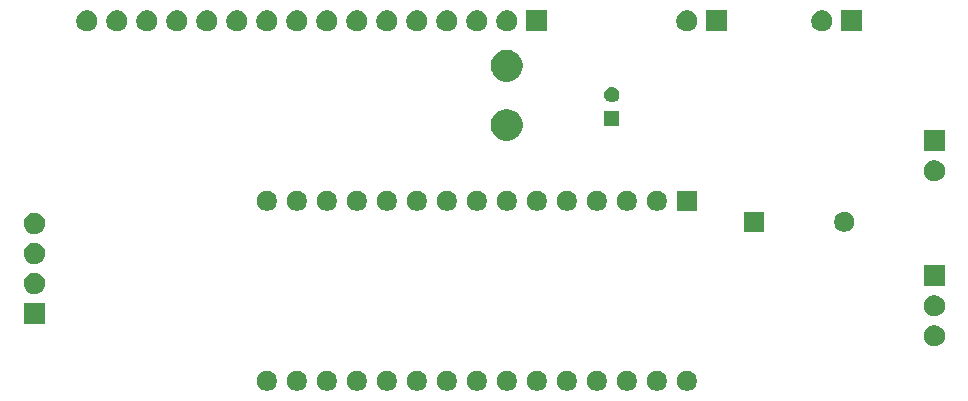
<source format=gbr>
G04 #@! TF.GenerationSoftware,KiCad,Pcbnew,(5.1.5)-3*
G04 #@! TF.CreationDate,2020-07-14T08:47:51-04:00*
G04 #@! TF.ProjectId,WR9R_Raduino,57523952-5f52-4616-9475-696e6f2e6b69,rev?*
G04 #@! TF.SameCoordinates,Original*
G04 #@! TF.FileFunction,Soldermask,Bot*
G04 #@! TF.FilePolarity,Negative*
%FSLAX46Y46*%
G04 Gerber Fmt 4.6, Leading zero omitted, Abs format (unit mm)*
G04 Created by KiCad (PCBNEW (5.1.5)-3) date 2020-07-14 08:47:51*
%MOMM*%
%LPD*%
G04 APERTURE LIST*
%ADD10C,0.100000*%
G04 APERTURE END LIST*
D10*
G36*
X94520328Y-112846702D02*
G01*
X94675200Y-112910852D01*
X94814581Y-113003984D01*
X94933115Y-113122518D01*
X95026247Y-113261899D01*
X95090397Y-113416771D01*
X95123100Y-113581183D01*
X95123100Y-113748815D01*
X95090397Y-113913227D01*
X95026247Y-114068099D01*
X94933115Y-114207480D01*
X94814581Y-114326014D01*
X94675200Y-114419146D01*
X94520328Y-114483296D01*
X94355916Y-114515999D01*
X94188284Y-114515999D01*
X94023872Y-114483296D01*
X93869000Y-114419146D01*
X93729619Y-114326014D01*
X93611085Y-114207480D01*
X93517953Y-114068099D01*
X93453803Y-113913227D01*
X93421100Y-113748815D01*
X93421100Y-113581183D01*
X93453803Y-113416771D01*
X93517953Y-113261899D01*
X93611085Y-113122518D01*
X93729619Y-113003984D01*
X93869000Y-112910852D01*
X94023872Y-112846702D01*
X94188284Y-112813999D01*
X94355916Y-112813999D01*
X94520328Y-112846702D01*
G37*
G36*
X125000328Y-112846702D02*
G01*
X125155200Y-112910852D01*
X125294581Y-113003984D01*
X125413115Y-113122518D01*
X125506247Y-113261899D01*
X125570397Y-113416771D01*
X125603100Y-113581183D01*
X125603100Y-113748815D01*
X125570397Y-113913227D01*
X125506247Y-114068099D01*
X125413115Y-114207480D01*
X125294581Y-114326014D01*
X125155200Y-114419146D01*
X125000328Y-114483296D01*
X124835916Y-114515999D01*
X124668284Y-114515999D01*
X124503872Y-114483296D01*
X124349000Y-114419146D01*
X124209619Y-114326014D01*
X124091085Y-114207480D01*
X123997953Y-114068099D01*
X123933803Y-113913227D01*
X123901100Y-113748815D01*
X123901100Y-113581183D01*
X123933803Y-113416771D01*
X123997953Y-113261899D01*
X124091085Y-113122518D01*
X124209619Y-113003984D01*
X124349000Y-112910852D01*
X124503872Y-112846702D01*
X124668284Y-112813999D01*
X124835916Y-112813999D01*
X125000328Y-112846702D01*
G37*
G36*
X119920328Y-112846702D02*
G01*
X120075200Y-112910852D01*
X120214581Y-113003984D01*
X120333115Y-113122518D01*
X120426247Y-113261899D01*
X120490397Y-113416771D01*
X120523100Y-113581183D01*
X120523100Y-113748815D01*
X120490397Y-113913227D01*
X120426247Y-114068099D01*
X120333115Y-114207480D01*
X120214581Y-114326014D01*
X120075200Y-114419146D01*
X119920328Y-114483296D01*
X119755916Y-114515999D01*
X119588284Y-114515999D01*
X119423872Y-114483296D01*
X119269000Y-114419146D01*
X119129619Y-114326014D01*
X119011085Y-114207480D01*
X118917953Y-114068099D01*
X118853803Y-113913227D01*
X118821100Y-113748815D01*
X118821100Y-113581183D01*
X118853803Y-113416771D01*
X118917953Y-113261899D01*
X119011085Y-113122518D01*
X119129619Y-113003984D01*
X119269000Y-112910852D01*
X119423872Y-112846702D01*
X119588284Y-112813999D01*
X119755916Y-112813999D01*
X119920328Y-112846702D01*
G37*
G36*
X122460328Y-112846702D02*
G01*
X122615200Y-112910852D01*
X122754581Y-113003984D01*
X122873115Y-113122518D01*
X122966247Y-113261899D01*
X123030397Y-113416771D01*
X123063100Y-113581183D01*
X123063100Y-113748815D01*
X123030397Y-113913227D01*
X122966247Y-114068099D01*
X122873115Y-114207480D01*
X122754581Y-114326014D01*
X122615200Y-114419146D01*
X122460328Y-114483296D01*
X122295916Y-114515999D01*
X122128284Y-114515999D01*
X121963872Y-114483296D01*
X121809000Y-114419146D01*
X121669619Y-114326014D01*
X121551085Y-114207480D01*
X121457953Y-114068099D01*
X121393803Y-113913227D01*
X121361100Y-113748815D01*
X121361100Y-113581183D01*
X121393803Y-113416771D01*
X121457953Y-113261899D01*
X121551085Y-113122518D01*
X121669619Y-113003984D01*
X121809000Y-112910852D01*
X121963872Y-112846702D01*
X122128284Y-112813999D01*
X122295916Y-112813999D01*
X122460328Y-112846702D01*
G37*
G36*
X91980328Y-112846702D02*
G01*
X92135200Y-112910852D01*
X92274581Y-113003984D01*
X92393115Y-113122518D01*
X92486247Y-113261899D01*
X92550397Y-113416771D01*
X92583100Y-113581183D01*
X92583100Y-113748815D01*
X92550397Y-113913227D01*
X92486247Y-114068099D01*
X92393115Y-114207480D01*
X92274581Y-114326014D01*
X92135200Y-114419146D01*
X91980328Y-114483296D01*
X91815916Y-114515999D01*
X91648284Y-114515999D01*
X91483872Y-114483296D01*
X91329000Y-114419146D01*
X91189619Y-114326014D01*
X91071085Y-114207480D01*
X90977953Y-114068099D01*
X90913803Y-113913227D01*
X90881100Y-113748815D01*
X90881100Y-113581183D01*
X90913803Y-113416771D01*
X90977953Y-113261899D01*
X91071085Y-113122518D01*
X91189619Y-113003984D01*
X91329000Y-112910852D01*
X91483872Y-112846702D01*
X91648284Y-112813999D01*
X91815916Y-112813999D01*
X91980328Y-112846702D01*
G37*
G36*
X117380328Y-112846702D02*
G01*
X117535200Y-112910852D01*
X117674581Y-113003984D01*
X117793115Y-113122518D01*
X117886247Y-113261899D01*
X117950397Y-113416771D01*
X117983100Y-113581183D01*
X117983100Y-113748815D01*
X117950397Y-113913227D01*
X117886247Y-114068099D01*
X117793115Y-114207480D01*
X117674581Y-114326014D01*
X117535200Y-114419146D01*
X117380328Y-114483296D01*
X117215916Y-114515999D01*
X117048284Y-114515999D01*
X116883872Y-114483296D01*
X116729000Y-114419146D01*
X116589619Y-114326014D01*
X116471085Y-114207480D01*
X116377953Y-114068099D01*
X116313803Y-113913227D01*
X116281100Y-113748815D01*
X116281100Y-113581183D01*
X116313803Y-113416771D01*
X116377953Y-113261899D01*
X116471085Y-113122518D01*
X116589619Y-113003984D01*
X116729000Y-112910852D01*
X116883872Y-112846702D01*
X117048284Y-112813999D01*
X117215916Y-112813999D01*
X117380328Y-112846702D01*
G37*
G36*
X127540328Y-112846702D02*
G01*
X127695200Y-112910852D01*
X127834581Y-113003984D01*
X127953115Y-113122518D01*
X128046247Y-113261899D01*
X128110397Y-113416771D01*
X128143100Y-113581183D01*
X128143100Y-113748815D01*
X128110397Y-113913227D01*
X128046247Y-114068099D01*
X127953115Y-114207480D01*
X127834581Y-114326014D01*
X127695200Y-114419146D01*
X127540328Y-114483296D01*
X127375916Y-114515999D01*
X127208284Y-114515999D01*
X127043872Y-114483296D01*
X126889000Y-114419146D01*
X126749619Y-114326014D01*
X126631085Y-114207480D01*
X126537953Y-114068099D01*
X126473803Y-113913227D01*
X126441100Y-113748815D01*
X126441100Y-113581183D01*
X126473803Y-113416771D01*
X126537953Y-113261899D01*
X126631085Y-113122518D01*
X126749619Y-113003984D01*
X126889000Y-112910852D01*
X127043872Y-112846702D01*
X127208284Y-112813999D01*
X127375916Y-112813999D01*
X127540328Y-112846702D01*
G37*
G36*
X114840328Y-112846702D02*
G01*
X114995200Y-112910852D01*
X115134581Y-113003984D01*
X115253115Y-113122518D01*
X115346247Y-113261899D01*
X115410397Y-113416771D01*
X115443100Y-113581183D01*
X115443100Y-113748815D01*
X115410397Y-113913227D01*
X115346247Y-114068099D01*
X115253115Y-114207480D01*
X115134581Y-114326014D01*
X114995200Y-114419146D01*
X114840328Y-114483296D01*
X114675916Y-114515999D01*
X114508284Y-114515999D01*
X114343872Y-114483296D01*
X114189000Y-114419146D01*
X114049619Y-114326014D01*
X113931085Y-114207480D01*
X113837953Y-114068099D01*
X113773803Y-113913227D01*
X113741100Y-113748815D01*
X113741100Y-113581183D01*
X113773803Y-113416771D01*
X113837953Y-113261899D01*
X113931085Y-113122518D01*
X114049619Y-113003984D01*
X114189000Y-112910852D01*
X114343872Y-112846702D01*
X114508284Y-112813999D01*
X114675916Y-112813999D01*
X114840328Y-112846702D01*
G37*
G36*
X109760328Y-112846702D02*
G01*
X109915200Y-112910852D01*
X110054581Y-113003984D01*
X110173115Y-113122518D01*
X110266247Y-113261899D01*
X110330397Y-113416771D01*
X110363100Y-113581183D01*
X110363100Y-113748815D01*
X110330397Y-113913227D01*
X110266247Y-114068099D01*
X110173115Y-114207480D01*
X110054581Y-114326014D01*
X109915200Y-114419146D01*
X109760328Y-114483296D01*
X109595916Y-114515999D01*
X109428284Y-114515999D01*
X109263872Y-114483296D01*
X109109000Y-114419146D01*
X108969619Y-114326014D01*
X108851085Y-114207480D01*
X108757953Y-114068099D01*
X108693803Y-113913227D01*
X108661100Y-113748815D01*
X108661100Y-113581183D01*
X108693803Y-113416771D01*
X108757953Y-113261899D01*
X108851085Y-113122518D01*
X108969619Y-113003984D01*
X109109000Y-112910852D01*
X109263872Y-112846702D01*
X109428284Y-112813999D01*
X109595916Y-112813999D01*
X109760328Y-112846702D01*
G37*
G36*
X107220328Y-112846702D02*
G01*
X107375200Y-112910852D01*
X107514581Y-113003984D01*
X107633115Y-113122518D01*
X107726247Y-113261899D01*
X107790397Y-113416771D01*
X107823100Y-113581183D01*
X107823100Y-113748815D01*
X107790397Y-113913227D01*
X107726247Y-114068099D01*
X107633115Y-114207480D01*
X107514581Y-114326014D01*
X107375200Y-114419146D01*
X107220328Y-114483296D01*
X107055916Y-114515999D01*
X106888284Y-114515999D01*
X106723872Y-114483296D01*
X106569000Y-114419146D01*
X106429619Y-114326014D01*
X106311085Y-114207480D01*
X106217953Y-114068099D01*
X106153803Y-113913227D01*
X106121100Y-113748815D01*
X106121100Y-113581183D01*
X106153803Y-113416771D01*
X106217953Y-113261899D01*
X106311085Y-113122518D01*
X106429619Y-113003984D01*
X106569000Y-112910852D01*
X106723872Y-112846702D01*
X106888284Y-112813999D01*
X107055916Y-112813999D01*
X107220328Y-112846702D01*
G37*
G36*
X104680328Y-112846702D02*
G01*
X104835200Y-112910852D01*
X104974581Y-113003984D01*
X105093115Y-113122518D01*
X105186247Y-113261899D01*
X105250397Y-113416771D01*
X105283100Y-113581183D01*
X105283100Y-113748815D01*
X105250397Y-113913227D01*
X105186247Y-114068099D01*
X105093115Y-114207480D01*
X104974581Y-114326014D01*
X104835200Y-114419146D01*
X104680328Y-114483296D01*
X104515916Y-114515999D01*
X104348284Y-114515999D01*
X104183872Y-114483296D01*
X104029000Y-114419146D01*
X103889619Y-114326014D01*
X103771085Y-114207480D01*
X103677953Y-114068099D01*
X103613803Y-113913227D01*
X103581100Y-113748815D01*
X103581100Y-113581183D01*
X103613803Y-113416771D01*
X103677953Y-113261899D01*
X103771085Y-113122518D01*
X103889619Y-113003984D01*
X104029000Y-112910852D01*
X104183872Y-112846702D01*
X104348284Y-112813999D01*
X104515916Y-112813999D01*
X104680328Y-112846702D01*
G37*
G36*
X102140328Y-112846702D02*
G01*
X102295200Y-112910852D01*
X102434581Y-113003984D01*
X102553115Y-113122518D01*
X102646247Y-113261899D01*
X102710397Y-113416771D01*
X102743100Y-113581183D01*
X102743100Y-113748815D01*
X102710397Y-113913227D01*
X102646247Y-114068099D01*
X102553115Y-114207480D01*
X102434581Y-114326014D01*
X102295200Y-114419146D01*
X102140328Y-114483296D01*
X101975916Y-114515999D01*
X101808284Y-114515999D01*
X101643872Y-114483296D01*
X101489000Y-114419146D01*
X101349619Y-114326014D01*
X101231085Y-114207480D01*
X101137953Y-114068099D01*
X101073803Y-113913227D01*
X101041100Y-113748815D01*
X101041100Y-113581183D01*
X101073803Y-113416771D01*
X101137953Y-113261899D01*
X101231085Y-113122518D01*
X101349619Y-113003984D01*
X101489000Y-112910852D01*
X101643872Y-112846702D01*
X101808284Y-112813999D01*
X101975916Y-112813999D01*
X102140328Y-112846702D01*
G37*
G36*
X99600328Y-112846702D02*
G01*
X99755200Y-112910852D01*
X99894581Y-113003984D01*
X100013115Y-113122518D01*
X100106247Y-113261899D01*
X100170397Y-113416771D01*
X100203100Y-113581183D01*
X100203100Y-113748815D01*
X100170397Y-113913227D01*
X100106247Y-114068099D01*
X100013115Y-114207480D01*
X99894581Y-114326014D01*
X99755200Y-114419146D01*
X99600328Y-114483296D01*
X99435916Y-114515999D01*
X99268284Y-114515999D01*
X99103872Y-114483296D01*
X98949000Y-114419146D01*
X98809619Y-114326014D01*
X98691085Y-114207480D01*
X98597953Y-114068099D01*
X98533803Y-113913227D01*
X98501100Y-113748815D01*
X98501100Y-113581183D01*
X98533803Y-113416771D01*
X98597953Y-113261899D01*
X98691085Y-113122518D01*
X98809619Y-113003984D01*
X98949000Y-112910852D01*
X99103872Y-112846702D01*
X99268284Y-112813999D01*
X99435916Y-112813999D01*
X99600328Y-112846702D01*
G37*
G36*
X97060328Y-112846702D02*
G01*
X97215200Y-112910852D01*
X97354581Y-113003984D01*
X97473115Y-113122518D01*
X97566247Y-113261899D01*
X97630397Y-113416771D01*
X97663100Y-113581183D01*
X97663100Y-113748815D01*
X97630397Y-113913227D01*
X97566247Y-114068099D01*
X97473115Y-114207480D01*
X97354581Y-114326014D01*
X97215200Y-114419146D01*
X97060328Y-114483296D01*
X96895916Y-114515999D01*
X96728284Y-114515999D01*
X96563872Y-114483296D01*
X96409000Y-114419146D01*
X96269619Y-114326014D01*
X96151085Y-114207480D01*
X96057953Y-114068099D01*
X95993803Y-113913227D01*
X95961100Y-113748815D01*
X95961100Y-113581183D01*
X95993803Y-113416771D01*
X96057953Y-113261899D01*
X96151085Y-113122518D01*
X96269619Y-113003984D01*
X96409000Y-112910852D01*
X96563872Y-112846702D01*
X96728284Y-112813999D01*
X96895916Y-112813999D01*
X97060328Y-112846702D01*
G37*
G36*
X112300328Y-112846702D02*
G01*
X112455200Y-112910852D01*
X112594581Y-113003984D01*
X112713115Y-113122518D01*
X112806247Y-113261899D01*
X112870397Y-113416771D01*
X112903100Y-113581183D01*
X112903100Y-113748815D01*
X112870397Y-113913227D01*
X112806247Y-114068099D01*
X112713115Y-114207480D01*
X112594581Y-114326014D01*
X112455200Y-114419146D01*
X112300328Y-114483296D01*
X112135916Y-114515999D01*
X111968284Y-114515999D01*
X111803872Y-114483296D01*
X111649000Y-114419146D01*
X111509619Y-114326014D01*
X111391085Y-114207480D01*
X111297953Y-114068099D01*
X111233803Y-113913227D01*
X111201100Y-113748815D01*
X111201100Y-113581183D01*
X111233803Y-113416771D01*
X111297953Y-113261899D01*
X111391085Y-113122518D01*
X111509619Y-113003984D01*
X111649000Y-112910852D01*
X111803872Y-112846702D01*
X111968284Y-112813999D01*
X112135916Y-112813999D01*
X112300328Y-112846702D01*
G37*
G36*
X148360612Y-108958926D02*
G01*
X148509912Y-108988623D01*
X148673884Y-109056543D01*
X148821454Y-109155146D01*
X148946953Y-109280645D01*
X149045556Y-109428215D01*
X149113476Y-109592187D01*
X149148100Y-109766258D01*
X149148100Y-109943740D01*
X149113476Y-110117811D01*
X149045556Y-110281783D01*
X148946953Y-110429353D01*
X148821454Y-110554852D01*
X148673884Y-110653455D01*
X148509912Y-110721375D01*
X148360612Y-110751072D01*
X148335842Y-110755999D01*
X148158358Y-110755999D01*
X148133588Y-110751072D01*
X147984288Y-110721375D01*
X147820316Y-110653455D01*
X147672746Y-110554852D01*
X147547247Y-110429353D01*
X147448644Y-110281783D01*
X147380724Y-110117811D01*
X147346100Y-109943740D01*
X147346100Y-109766258D01*
X147380724Y-109592187D01*
X147448644Y-109428215D01*
X147547247Y-109280645D01*
X147672746Y-109155146D01*
X147820316Y-109056543D01*
X147984288Y-108988623D01*
X148133588Y-108958926D01*
X148158358Y-108953999D01*
X148335842Y-108953999D01*
X148360612Y-108958926D01*
G37*
G36*
X72948100Y-108850999D02*
G01*
X71146100Y-108850999D01*
X71146100Y-107048999D01*
X72948100Y-107048999D01*
X72948100Y-108850999D01*
G37*
G36*
X148360612Y-106418926D02*
G01*
X148509912Y-106448623D01*
X148673884Y-106516543D01*
X148821454Y-106615146D01*
X148946953Y-106740645D01*
X149045556Y-106888215D01*
X149113476Y-107052187D01*
X149148100Y-107226258D01*
X149148100Y-107403740D01*
X149113476Y-107577811D01*
X149045556Y-107741783D01*
X148946953Y-107889353D01*
X148821454Y-108014852D01*
X148673884Y-108113455D01*
X148509912Y-108181375D01*
X148360612Y-108211072D01*
X148335842Y-108215999D01*
X148158358Y-108215999D01*
X148133588Y-108211072D01*
X147984288Y-108181375D01*
X147820316Y-108113455D01*
X147672746Y-108014852D01*
X147547247Y-107889353D01*
X147448644Y-107741783D01*
X147380724Y-107577811D01*
X147346100Y-107403740D01*
X147346100Y-107226258D01*
X147380724Y-107052187D01*
X147448644Y-106888215D01*
X147547247Y-106740645D01*
X147672746Y-106615146D01*
X147820316Y-106516543D01*
X147984288Y-106448623D01*
X148133588Y-106418926D01*
X148158358Y-106413999D01*
X148335842Y-106413999D01*
X148360612Y-106418926D01*
G37*
G36*
X72160612Y-104513926D02*
G01*
X72309912Y-104543623D01*
X72473884Y-104611543D01*
X72621454Y-104710146D01*
X72746953Y-104835645D01*
X72845556Y-104983215D01*
X72913476Y-105147187D01*
X72948100Y-105321258D01*
X72948100Y-105498740D01*
X72913476Y-105672811D01*
X72845556Y-105836783D01*
X72746953Y-105984353D01*
X72621454Y-106109852D01*
X72473884Y-106208455D01*
X72309912Y-106276375D01*
X72160612Y-106306072D01*
X72135842Y-106310999D01*
X71958358Y-106310999D01*
X71933588Y-106306072D01*
X71784288Y-106276375D01*
X71620316Y-106208455D01*
X71472746Y-106109852D01*
X71347247Y-105984353D01*
X71248644Y-105836783D01*
X71180724Y-105672811D01*
X71146100Y-105498740D01*
X71146100Y-105321258D01*
X71180724Y-105147187D01*
X71248644Y-104983215D01*
X71347247Y-104835645D01*
X71472746Y-104710146D01*
X71620316Y-104611543D01*
X71784288Y-104543623D01*
X71933588Y-104513926D01*
X71958358Y-104508999D01*
X72135842Y-104508999D01*
X72160612Y-104513926D01*
G37*
G36*
X149148100Y-105675999D02*
G01*
X147346100Y-105675999D01*
X147346100Y-103873999D01*
X149148100Y-103873999D01*
X149148100Y-105675999D01*
G37*
G36*
X72160612Y-101973926D02*
G01*
X72309912Y-102003623D01*
X72473884Y-102071543D01*
X72621454Y-102170146D01*
X72746953Y-102295645D01*
X72845556Y-102443215D01*
X72913476Y-102607187D01*
X72948100Y-102781258D01*
X72948100Y-102958740D01*
X72913476Y-103132811D01*
X72845556Y-103296783D01*
X72746953Y-103444353D01*
X72621454Y-103569852D01*
X72473884Y-103668455D01*
X72309912Y-103736375D01*
X72160612Y-103766072D01*
X72135842Y-103770999D01*
X71958358Y-103770999D01*
X71933588Y-103766072D01*
X71784288Y-103736375D01*
X71620316Y-103668455D01*
X71472746Y-103569852D01*
X71347247Y-103444353D01*
X71248644Y-103296783D01*
X71180724Y-103132811D01*
X71146100Y-102958740D01*
X71146100Y-102781258D01*
X71180724Y-102607187D01*
X71248644Y-102443215D01*
X71347247Y-102295645D01*
X71472746Y-102170146D01*
X71620316Y-102071543D01*
X71784288Y-102003623D01*
X71933588Y-101973926D01*
X71958358Y-101968999D01*
X72135842Y-101968999D01*
X72160612Y-101973926D01*
G37*
G36*
X72160612Y-99433926D02*
G01*
X72309912Y-99463623D01*
X72473884Y-99531543D01*
X72621454Y-99630146D01*
X72746953Y-99755645D01*
X72845556Y-99903215D01*
X72913476Y-100067187D01*
X72948100Y-100241258D01*
X72948100Y-100418740D01*
X72913476Y-100592811D01*
X72845556Y-100756783D01*
X72746953Y-100904353D01*
X72621454Y-101029852D01*
X72473884Y-101128455D01*
X72309912Y-101196375D01*
X72160612Y-101226072D01*
X72135842Y-101230999D01*
X71958358Y-101230999D01*
X71933588Y-101226072D01*
X71784288Y-101196375D01*
X71620316Y-101128455D01*
X71472746Y-101029852D01*
X71347247Y-100904353D01*
X71248644Y-100756783D01*
X71180724Y-100592811D01*
X71146100Y-100418740D01*
X71146100Y-100241258D01*
X71180724Y-100067187D01*
X71248644Y-99903215D01*
X71347247Y-99755645D01*
X71472746Y-99630146D01*
X71620316Y-99531543D01*
X71784288Y-99463623D01*
X71933588Y-99433926D01*
X71958358Y-99428999D01*
X72135842Y-99428999D01*
X72160612Y-99433926D01*
G37*
G36*
X140875328Y-99384702D02*
G01*
X141030200Y-99448852D01*
X141169581Y-99541984D01*
X141288115Y-99660518D01*
X141381247Y-99799899D01*
X141445397Y-99954771D01*
X141478100Y-100119183D01*
X141478100Y-100286815D01*
X141445397Y-100451227D01*
X141381247Y-100606099D01*
X141288115Y-100745480D01*
X141169581Y-100864014D01*
X141030200Y-100957146D01*
X140875328Y-101021296D01*
X140710916Y-101053999D01*
X140543284Y-101053999D01*
X140378872Y-101021296D01*
X140224000Y-100957146D01*
X140084619Y-100864014D01*
X139966085Y-100745480D01*
X139872953Y-100606099D01*
X139808803Y-100451227D01*
X139776100Y-100286815D01*
X139776100Y-100119183D01*
X139808803Y-99954771D01*
X139872953Y-99799899D01*
X139966085Y-99660518D01*
X140084619Y-99541984D01*
X140224000Y-99448852D01*
X140378872Y-99384702D01*
X140543284Y-99351999D01*
X140710916Y-99351999D01*
X140875328Y-99384702D01*
G37*
G36*
X133858100Y-101053999D02*
G01*
X132156100Y-101053999D01*
X132156100Y-99351999D01*
X133858100Y-99351999D01*
X133858100Y-101053999D01*
G37*
G36*
X117380328Y-97606702D02*
G01*
X117535200Y-97670852D01*
X117674581Y-97763984D01*
X117793115Y-97882518D01*
X117886247Y-98021899D01*
X117950397Y-98176771D01*
X117983100Y-98341183D01*
X117983100Y-98508815D01*
X117950397Y-98673227D01*
X117886247Y-98828099D01*
X117793115Y-98967480D01*
X117674581Y-99086014D01*
X117535200Y-99179146D01*
X117380328Y-99243296D01*
X117215916Y-99275999D01*
X117048284Y-99275999D01*
X116883872Y-99243296D01*
X116729000Y-99179146D01*
X116589619Y-99086014D01*
X116471085Y-98967480D01*
X116377953Y-98828099D01*
X116313803Y-98673227D01*
X116281100Y-98508815D01*
X116281100Y-98341183D01*
X116313803Y-98176771D01*
X116377953Y-98021899D01*
X116471085Y-97882518D01*
X116589619Y-97763984D01*
X116729000Y-97670852D01*
X116883872Y-97606702D01*
X117048284Y-97573999D01*
X117215916Y-97573999D01*
X117380328Y-97606702D01*
G37*
G36*
X119920328Y-97606702D02*
G01*
X120075200Y-97670852D01*
X120214581Y-97763984D01*
X120333115Y-97882518D01*
X120426247Y-98021899D01*
X120490397Y-98176771D01*
X120523100Y-98341183D01*
X120523100Y-98508815D01*
X120490397Y-98673227D01*
X120426247Y-98828099D01*
X120333115Y-98967480D01*
X120214581Y-99086014D01*
X120075200Y-99179146D01*
X119920328Y-99243296D01*
X119755916Y-99275999D01*
X119588284Y-99275999D01*
X119423872Y-99243296D01*
X119269000Y-99179146D01*
X119129619Y-99086014D01*
X119011085Y-98967480D01*
X118917953Y-98828099D01*
X118853803Y-98673227D01*
X118821100Y-98508815D01*
X118821100Y-98341183D01*
X118853803Y-98176771D01*
X118917953Y-98021899D01*
X119011085Y-97882518D01*
X119129619Y-97763984D01*
X119269000Y-97670852D01*
X119423872Y-97606702D01*
X119588284Y-97573999D01*
X119755916Y-97573999D01*
X119920328Y-97606702D01*
G37*
G36*
X122460328Y-97606702D02*
G01*
X122615200Y-97670852D01*
X122754581Y-97763984D01*
X122873115Y-97882518D01*
X122966247Y-98021899D01*
X123030397Y-98176771D01*
X123063100Y-98341183D01*
X123063100Y-98508815D01*
X123030397Y-98673227D01*
X122966247Y-98828099D01*
X122873115Y-98967480D01*
X122754581Y-99086014D01*
X122615200Y-99179146D01*
X122460328Y-99243296D01*
X122295916Y-99275999D01*
X122128284Y-99275999D01*
X121963872Y-99243296D01*
X121809000Y-99179146D01*
X121669619Y-99086014D01*
X121551085Y-98967480D01*
X121457953Y-98828099D01*
X121393803Y-98673227D01*
X121361100Y-98508815D01*
X121361100Y-98341183D01*
X121393803Y-98176771D01*
X121457953Y-98021899D01*
X121551085Y-97882518D01*
X121669619Y-97763984D01*
X121809000Y-97670852D01*
X121963872Y-97606702D01*
X122128284Y-97573999D01*
X122295916Y-97573999D01*
X122460328Y-97606702D01*
G37*
G36*
X112300328Y-97606702D02*
G01*
X112455200Y-97670852D01*
X112594581Y-97763984D01*
X112713115Y-97882518D01*
X112806247Y-98021899D01*
X112870397Y-98176771D01*
X112903100Y-98341183D01*
X112903100Y-98508815D01*
X112870397Y-98673227D01*
X112806247Y-98828099D01*
X112713115Y-98967480D01*
X112594581Y-99086014D01*
X112455200Y-99179146D01*
X112300328Y-99243296D01*
X112135916Y-99275999D01*
X111968284Y-99275999D01*
X111803872Y-99243296D01*
X111649000Y-99179146D01*
X111509619Y-99086014D01*
X111391085Y-98967480D01*
X111297953Y-98828099D01*
X111233803Y-98673227D01*
X111201100Y-98508815D01*
X111201100Y-98341183D01*
X111233803Y-98176771D01*
X111297953Y-98021899D01*
X111391085Y-97882518D01*
X111509619Y-97763984D01*
X111649000Y-97670852D01*
X111803872Y-97606702D01*
X111968284Y-97573999D01*
X112135916Y-97573999D01*
X112300328Y-97606702D01*
G37*
G36*
X102140328Y-97606702D02*
G01*
X102295200Y-97670852D01*
X102434581Y-97763984D01*
X102553115Y-97882518D01*
X102646247Y-98021899D01*
X102710397Y-98176771D01*
X102743100Y-98341183D01*
X102743100Y-98508815D01*
X102710397Y-98673227D01*
X102646247Y-98828099D01*
X102553115Y-98967480D01*
X102434581Y-99086014D01*
X102295200Y-99179146D01*
X102140328Y-99243296D01*
X101975916Y-99275999D01*
X101808284Y-99275999D01*
X101643872Y-99243296D01*
X101489000Y-99179146D01*
X101349619Y-99086014D01*
X101231085Y-98967480D01*
X101137953Y-98828099D01*
X101073803Y-98673227D01*
X101041100Y-98508815D01*
X101041100Y-98341183D01*
X101073803Y-98176771D01*
X101137953Y-98021899D01*
X101231085Y-97882518D01*
X101349619Y-97763984D01*
X101489000Y-97670852D01*
X101643872Y-97606702D01*
X101808284Y-97573999D01*
X101975916Y-97573999D01*
X102140328Y-97606702D01*
G37*
G36*
X99600328Y-97606702D02*
G01*
X99755200Y-97670852D01*
X99894581Y-97763984D01*
X100013115Y-97882518D01*
X100106247Y-98021899D01*
X100170397Y-98176771D01*
X100203100Y-98341183D01*
X100203100Y-98508815D01*
X100170397Y-98673227D01*
X100106247Y-98828099D01*
X100013115Y-98967480D01*
X99894581Y-99086014D01*
X99755200Y-99179146D01*
X99600328Y-99243296D01*
X99435916Y-99275999D01*
X99268284Y-99275999D01*
X99103872Y-99243296D01*
X98949000Y-99179146D01*
X98809619Y-99086014D01*
X98691085Y-98967480D01*
X98597953Y-98828099D01*
X98533803Y-98673227D01*
X98501100Y-98508815D01*
X98501100Y-98341183D01*
X98533803Y-98176771D01*
X98597953Y-98021899D01*
X98691085Y-97882518D01*
X98809619Y-97763984D01*
X98949000Y-97670852D01*
X99103872Y-97606702D01*
X99268284Y-97573999D01*
X99435916Y-97573999D01*
X99600328Y-97606702D01*
G37*
G36*
X97060328Y-97606702D02*
G01*
X97215200Y-97670852D01*
X97354581Y-97763984D01*
X97473115Y-97882518D01*
X97566247Y-98021899D01*
X97630397Y-98176771D01*
X97663100Y-98341183D01*
X97663100Y-98508815D01*
X97630397Y-98673227D01*
X97566247Y-98828099D01*
X97473115Y-98967480D01*
X97354581Y-99086014D01*
X97215200Y-99179146D01*
X97060328Y-99243296D01*
X96895916Y-99275999D01*
X96728284Y-99275999D01*
X96563872Y-99243296D01*
X96409000Y-99179146D01*
X96269619Y-99086014D01*
X96151085Y-98967480D01*
X96057953Y-98828099D01*
X95993803Y-98673227D01*
X95961100Y-98508815D01*
X95961100Y-98341183D01*
X95993803Y-98176771D01*
X96057953Y-98021899D01*
X96151085Y-97882518D01*
X96269619Y-97763984D01*
X96409000Y-97670852D01*
X96563872Y-97606702D01*
X96728284Y-97573999D01*
X96895916Y-97573999D01*
X97060328Y-97606702D01*
G37*
G36*
X91980328Y-97606702D02*
G01*
X92135200Y-97670852D01*
X92274581Y-97763984D01*
X92393115Y-97882518D01*
X92486247Y-98021899D01*
X92550397Y-98176771D01*
X92583100Y-98341183D01*
X92583100Y-98508815D01*
X92550397Y-98673227D01*
X92486247Y-98828099D01*
X92393115Y-98967480D01*
X92274581Y-99086014D01*
X92135200Y-99179146D01*
X91980328Y-99243296D01*
X91815916Y-99275999D01*
X91648284Y-99275999D01*
X91483872Y-99243296D01*
X91329000Y-99179146D01*
X91189619Y-99086014D01*
X91071085Y-98967480D01*
X90977953Y-98828099D01*
X90913803Y-98673227D01*
X90881100Y-98508815D01*
X90881100Y-98341183D01*
X90913803Y-98176771D01*
X90977953Y-98021899D01*
X91071085Y-97882518D01*
X91189619Y-97763984D01*
X91329000Y-97670852D01*
X91483872Y-97606702D01*
X91648284Y-97573999D01*
X91815916Y-97573999D01*
X91980328Y-97606702D01*
G37*
G36*
X104680328Y-97606702D02*
G01*
X104835200Y-97670852D01*
X104974581Y-97763984D01*
X105093115Y-97882518D01*
X105186247Y-98021899D01*
X105250397Y-98176771D01*
X105283100Y-98341183D01*
X105283100Y-98508815D01*
X105250397Y-98673227D01*
X105186247Y-98828099D01*
X105093115Y-98967480D01*
X104974581Y-99086014D01*
X104835200Y-99179146D01*
X104680328Y-99243296D01*
X104515916Y-99275999D01*
X104348284Y-99275999D01*
X104183872Y-99243296D01*
X104029000Y-99179146D01*
X103889619Y-99086014D01*
X103771085Y-98967480D01*
X103677953Y-98828099D01*
X103613803Y-98673227D01*
X103581100Y-98508815D01*
X103581100Y-98341183D01*
X103613803Y-98176771D01*
X103677953Y-98021899D01*
X103771085Y-97882518D01*
X103889619Y-97763984D01*
X104029000Y-97670852D01*
X104183872Y-97606702D01*
X104348284Y-97573999D01*
X104515916Y-97573999D01*
X104680328Y-97606702D01*
G37*
G36*
X125000328Y-97606702D02*
G01*
X125155200Y-97670852D01*
X125294581Y-97763984D01*
X125413115Y-97882518D01*
X125506247Y-98021899D01*
X125570397Y-98176771D01*
X125603100Y-98341183D01*
X125603100Y-98508815D01*
X125570397Y-98673227D01*
X125506247Y-98828099D01*
X125413115Y-98967480D01*
X125294581Y-99086014D01*
X125155200Y-99179146D01*
X125000328Y-99243296D01*
X124835916Y-99275999D01*
X124668284Y-99275999D01*
X124503872Y-99243296D01*
X124349000Y-99179146D01*
X124209619Y-99086014D01*
X124091085Y-98967480D01*
X123997953Y-98828099D01*
X123933803Y-98673227D01*
X123901100Y-98508815D01*
X123901100Y-98341183D01*
X123933803Y-98176771D01*
X123997953Y-98021899D01*
X124091085Y-97882518D01*
X124209619Y-97763984D01*
X124349000Y-97670852D01*
X124503872Y-97606702D01*
X124668284Y-97573999D01*
X124835916Y-97573999D01*
X125000328Y-97606702D01*
G37*
G36*
X114840328Y-97606702D02*
G01*
X114995200Y-97670852D01*
X115134581Y-97763984D01*
X115253115Y-97882518D01*
X115346247Y-98021899D01*
X115410397Y-98176771D01*
X115443100Y-98341183D01*
X115443100Y-98508815D01*
X115410397Y-98673227D01*
X115346247Y-98828099D01*
X115253115Y-98967480D01*
X115134581Y-99086014D01*
X114995200Y-99179146D01*
X114840328Y-99243296D01*
X114675916Y-99275999D01*
X114508284Y-99275999D01*
X114343872Y-99243296D01*
X114189000Y-99179146D01*
X114049619Y-99086014D01*
X113931085Y-98967480D01*
X113837953Y-98828099D01*
X113773803Y-98673227D01*
X113741100Y-98508815D01*
X113741100Y-98341183D01*
X113773803Y-98176771D01*
X113837953Y-98021899D01*
X113931085Y-97882518D01*
X114049619Y-97763984D01*
X114189000Y-97670852D01*
X114343872Y-97606702D01*
X114508284Y-97573999D01*
X114675916Y-97573999D01*
X114840328Y-97606702D01*
G37*
G36*
X109760328Y-97606702D02*
G01*
X109915200Y-97670852D01*
X110054581Y-97763984D01*
X110173115Y-97882518D01*
X110266247Y-98021899D01*
X110330397Y-98176771D01*
X110363100Y-98341183D01*
X110363100Y-98508815D01*
X110330397Y-98673227D01*
X110266247Y-98828099D01*
X110173115Y-98967480D01*
X110054581Y-99086014D01*
X109915200Y-99179146D01*
X109760328Y-99243296D01*
X109595916Y-99275999D01*
X109428284Y-99275999D01*
X109263872Y-99243296D01*
X109109000Y-99179146D01*
X108969619Y-99086014D01*
X108851085Y-98967480D01*
X108757953Y-98828099D01*
X108693803Y-98673227D01*
X108661100Y-98508815D01*
X108661100Y-98341183D01*
X108693803Y-98176771D01*
X108757953Y-98021899D01*
X108851085Y-97882518D01*
X108969619Y-97763984D01*
X109109000Y-97670852D01*
X109263872Y-97606702D01*
X109428284Y-97573999D01*
X109595916Y-97573999D01*
X109760328Y-97606702D01*
G37*
G36*
X128143100Y-99275999D02*
G01*
X126441100Y-99275999D01*
X126441100Y-97573999D01*
X128143100Y-97573999D01*
X128143100Y-99275999D01*
G37*
G36*
X107220328Y-97606702D02*
G01*
X107375200Y-97670852D01*
X107514581Y-97763984D01*
X107633115Y-97882518D01*
X107726247Y-98021899D01*
X107790397Y-98176771D01*
X107823100Y-98341183D01*
X107823100Y-98508815D01*
X107790397Y-98673227D01*
X107726247Y-98828099D01*
X107633115Y-98967480D01*
X107514581Y-99086014D01*
X107375200Y-99179146D01*
X107220328Y-99243296D01*
X107055916Y-99275999D01*
X106888284Y-99275999D01*
X106723872Y-99243296D01*
X106569000Y-99179146D01*
X106429619Y-99086014D01*
X106311085Y-98967480D01*
X106217953Y-98828099D01*
X106153803Y-98673227D01*
X106121100Y-98508815D01*
X106121100Y-98341183D01*
X106153803Y-98176771D01*
X106217953Y-98021899D01*
X106311085Y-97882518D01*
X106429619Y-97763984D01*
X106569000Y-97670852D01*
X106723872Y-97606702D01*
X106888284Y-97573999D01*
X107055916Y-97573999D01*
X107220328Y-97606702D01*
G37*
G36*
X94520328Y-97606702D02*
G01*
X94675200Y-97670852D01*
X94814581Y-97763984D01*
X94933115Y-97882518D01*
X95026247Y-98021899D01*
X95090397Y-98176771D01*
X95123100Y-98341183D01*
X95123100Y-98508815D01*
X95090397Y-98673227D01*
X95026247Y-98828099D01*
X94933115Y-98967480D01*
X94814581Y-99086014D01*
X94675200Y-99179146D01*
X94520328Y-99243296D01*
X94355916Y-99275999D01*
X94188284Y-99275999D01*
X94023872Y-99243296D01*
X93869000Y-99179146D01*
X93729619Y-99086014D01*
X93611085Y-98967480D01*
X93517953Y-98828099D01*
X93453803Y-98673227D01*
X93421100Y-98508815D01*
X93421100Y-98341183D01*
X93453803Y-98176771D01*
X93517953Y-98021899D01*
X93611085Y-97882518D01*
X93729619Y-97763984D01*
X93869000Y-97670852D01*
X94023872Y-97606702D01*
X94188284Y-97573999D01*
X94355916Y-97573999D01*
X94520328Y-97606702D01*
G37*
G36*
X148360612Y-94988926D02*
G01*
X148509912Y-95018623D01*
X148673884Y-95086543D01*
X148821454Y-95185146D01*
X148946953Y-95310645D01*
X149045556Y-95458215D01*
X149113476Y-95622187D01*
X149148100Y-95796258D01*
X149148100Y-95973740D01*
X149113476Y-96147811D01*
X149045556Y-96311783D01*
X148946953Y-96459353D01*
X148821454Y-96584852D01*
X148673884Y-96683455D01*
X148509912Y-96751375D01*
X148360612Y-96781072D01*
X148335842Y-96785999D01*
X148158358Y-96785999D01*
X148133588Y-96781072D01*
X147984288Y-96751375D01*
X147820316Y-96683455D01*
X147672746Y-96584852D01*
X147547247Y-96459353D01*
X147448644Y-96311783D01*
X147380724Y-96147811D01*
X147346100Y-95973740D01*
X147346100Y-95796258D01*
X147380724Y-95622187D01*
X147448644Y-95458215D01*
X147547247Y-95310645D01*
X147672746Y-95185146D01*
X147820316Y-95086543D01*
X147984288Y-95018623D01*
X148133588Y-94988926D01*
X148158358Y-94983999D01*
X148335842Y-94983999D01*
X148360612Y-94988926D01*
G37*
G36*
X149148100Y-94245999D02*
G01*
X147346100Y-94245999D01*
X147346100Y-92443999D01*
X149148100Y-92443999D01*
X149148100Y-94245999D01*
G37*
G36*
X112446172Y-90695917D02*
G01*
X112692039Y-90797758D01*
X112913312Y-90945609D01*
X113101490Y-91133787D01*
X113249341Y-91355060D01*
X113351182Y-91600927D01*
X113403100Y-91861937D01*
X113403100Y-92128061D01*
X113351182Y-92389071D01*
X113249341Y-92634938D01*
X113101490Y-92856211D01*
X112913312Y-93044389D01*
X112692039Y-93192240D01*
X112692038Y-93192241D01*
X112692037Y-93192241D01*
X112446172Y-93294081D01*
X112185163Y-93345999D01*
X111919037Y-93345999D01*
X111658028Y-93294081D01*
X111412163Y-93192241D01*
X111412162Y-93192241D01*
X111412161Y-93192240D01*
X111190888Y-93044389D01*
X111002710Y-92856211D01*
X110854859Y-92634938D01*
X110753018Y-92389071D01*
X110701100Y-92128061D01*
X110701100Y-91861937D01*
X110753018Y-91600927D01*
X110854859Y-91355060D01*
X111002710Y-91133787D01*
X111190888Y-90945609D01*
X111412161Y-90797758D01*
X111658028Y-90695917D01*
X111919037Y-90643999D01*
X112185163Y-90643999D01*
X112446172Y-90695917D01*
G37*
G36*
X121593100Y-92090999D02*
G01*
X120291100Y-92090999D01*
X120291100Y-90788999D01*
X121593100Y-90788999D01*
X121593100Y-92090999D01*
G37*
G36*
X121131990Y-88814016D02*
G01*
X121250464Y-88863090D01*
X121357088Y-88934334D01*
X121447765Y-89025011D01*
X121519009Y-89131635D01*
X121568083Y-89250109D01*
X121593100Y-89375881D01*
X121593100Y-89504117D01*
X121568083Y-89629889D01*
X121519009Y-89748363D01*
X121447765Y-89854987D01*
X121357088Y-89945664D01*
X121250464Y-90016908D01*
X121250463Y-90016909D01*
X121250462Y-90016909D01*
X121131990Y-90065982D01*
X121006219Y-90090999D01*
X120877981Y-90090999D01*
X120752210Y-90065982D01*
X120633738Y-90016909D01*
X120633737Y-90016909D01*
X120633736Y-90016908D01*
X120527112Y-89945664D01*
X120436435Y-89854987D01*
X120365191Y-89748363D01*
X120316117Y-89629889D01*
X120291100Y-89504117D01*
X120291100Y-89375881D01*
X120316117Y-89250109D01*
X120365191Y-89131635D01*
X120436435Y-89025011D01*
X120527112Y-88934334D01*
X120633736Y-88863090D01*
X120752210Y-88814016D01*
X120877981Y-88788999D01*
X121006219Y-88788999D01*
X121131990Y-88814016D01*
G37*
G36*
X112446172Y-85695917D02*
G01*
X112692039Y-85797758D01*
X112913312Y-85945609D01*
X113101490Y-86133787D01*
X113249341Y-86355060D01*
X113351182Y-86600927D01*
X113403100Y-86861937D01*
X113403100Y-87128061D01*
X113351182Y-87389071D01*
X113249341Y-87634938D01*
X113101490Y-87856211D01*
X112913312Y-88044389D01*
X112692039Y-88192240D01*
X112692038Y-88192241D01*
X112692037Y-88192241D01*
X112446172Y-88294081D01*
X112185163Y-88345999D01*
X111919037Y-88345999D01*
X111658028Y-88294081D01*
X111412163Y-88192241D01*
X111412162Y-88192241D01*
X111412161Y-88192240D01*
X111190888Y-88044389D01*
X111002710Y-87856211D01*
X110854859Y-87634938D01*
X110753018Y-87389071D01*
X110701100Y-87128061D01*
X110701100Y-86861937D01*
X110753018Y-86600927D01*
X110854859Y-86355060D01*
X111002710Y-86133787D01*
X111190888Y-85945609D01*
X111412161Y-85797758D01*
X111658028Y-85695917D01*
X111919037Y-85643999D01*
X112185163Y-85643999D01*
X112446172Y-85695917D01*
G37*
G36*
X130733100Y-84085999D02*
G01*
X128931100Y-84085999D01*
X128931100Y-82283999D01*
X130733100Y-82283999D01*
X130733100Y-84085999D01*
G37*
G36*
X127405612Y-82288926D02*
G01*
X127554912Y-82318623D01*
X127718884Y-82386543D01*
X127866454Y-82485146D01*
X127991953Y-82610645D01*
X128090556Y-82758215D01*
X128158476Y-82922187D01*
X128193100Y-83096258D01*
X128193100Y-83273740D01*
X128158476Y-83447811D01*
X128090556Y-83611783D01*
X127991953Y-83759353D01*
X127866454Y-83884852D01*
X127718884Y-83983455D01*
X127554912Y-84051375D01*
X127405612Y-84081072D01*
X127380842Y-84085999D01*
X127203358Y-84085999D01*
X127178588Y-84081072D01*
X127029288Y-84051375D01*
X126865316Y-83983455D01*
X126717746Y-83884852D01*
X126592247Y-83759353D01*
X126493644Y-83611783D01*
X126425724Y-83447811D01*
X126391100Y-83273740D01*
X126391100Y-83096258D01*
X126425724Y-82922187D01*
X126493644Y-82758215D01*
X126592247Y-82610645D01*
X126717746Y-82485146D01*
X126865316Y-82386543D01*
X127029288Y-82318623D01*
X127178588Y-82288926D01*
X127203358Y-82283999D01*
X127380842Y-82283999D01*
X127405612Y-82288926D01*
G37*
G36*
X142163100Y-84085999D02*
G01*
X140361100Y-84085999D01*
X140361100Y-82283999D01*
X142163100Y-82283999D01*
X142163100Y-84085999D01*
G37*
G36*
X102005612Y-82288926D02*
G01*
X102154912Y-82318623D01*
X102318884Y-82386543D01*
X102466454Y-82485146D01*
X102591953Y-82610645D01*
X102690556Y-82758215D01*
X102758476Y-82922187D01*
X102793100Y-83096258D01*
X102793100Y-83273740D01*
X102758476Y-83447811D01*
X102690556Y-83611783D01*
X102591953Y-83759353D01*
X102466454Y-83884852D01*
X102318884Y-83983455D01*
X102154912Y-84051375D01*
X102005612Y-84081072D01*
X101980842Y-84085999D01*
X101803358Y-84085999D01*
X101778588Y-84081072D01*
X101629288Y-84051375D01*
X101465316Y-83983455D01*
X101317746Y-83884852D01*
X101192247Y-83759353D01*
X101093644Y-83611783D01*
X101025724Y-83447811D01*
X100991100Y-83273740D01*
X100991100Y-83096258D01*
X101025724Y-82922187D01*
X101093644Y-82758215D01*
X101192247Y-82610645D01*
X101317746Y-82485146D01*
X101465316Y-82386543D01*
X101629288Y-82318623D01*
X101778588Y-82288926D01*
X101803358Y-82283999D01*
X101980842Y-82283999D01*
X102005612Y-82288926D01*
G37*
G36*
X99465612Y-82288926D02*
G01*
X99614912Y-82318623D01*
X99778884Y-82386543D01*
X99926454Y-82485146D01*
X100051953Y-82610645D01*
X100150556Y-82758215D01*
X100218476Y-82922187D01*
X100253100Y-83096258D01*
X100253100Y-83273740D01*
X100218476Y-83447811D01*
X100150556Y-83611783D01*
X100051953Y-83759353D01*
X99926454Y-83884852D01*
X99778884Y-83983455D01*
X99614912Y-84051375D01*
X99465612Y-84081072D01*
X99440842Y-84085999D01*
X99263358Y-84085999D01*
X99238588Y-84081072D01*
X99089288Y-84051375D01*
X98925316Y-83983455D01*
X98777746Y-83884852D01*
X98652247Y-83759353D01*
X98553644Y-83611783D01*
X98485724Y-83447811D01*
X98451100Y-83273740D01*
X98451100Y-83096258D01*
X98485724Y-82922187D01*
X98553644Y-82758215D01*
X98652247Y-82610645D01*
X98777746Y-82485146D01*
X98925316Y-82386543D01*
X99089288Y-82318623D01*
X99238588Y-82288926D01*
X99263358Y-82283999D01*
X99440842Y-82283999D01*
X99465612Y-82288926D01*
G37*
G36*
X96925612Y-82288926D02*
G01*
X97074912Y-82318623D01*
X97238884Y-82386543D01*
X97386454Y-82485146D01*
X97511953Y-82610645D01*
X97610556Y-82758215D01*
X97678476Y-82922187D01*
X97713100Y-83096258D01*
X97713100Y-83273740D01*
X97678476Y-83447811D01*
X97610556Y-83611783D01*
X97511953Y-83759353D01*
X97386454Y-83884852D01*
X97238884Y-83983455D01*
X97074912Y-84051375D01*
X96925612Y-84081072D01*
X96900842Y-84085999D01*
X96723358Y-84085999D01*
X96698588Y-84081072D01*
X96549288Y-84051375D01*
X96385316Y-83983455D01*
X96237746Y-83884852D01*
X96112247Y-83759353D01*
X96013644Y-83611783D01*
X95945724Y-83447811D01*
X95911100Y-83273740D01*
X95911100Y-83096258D01*
X95945724Y-82922187D01*
X96013644Y-82758215D01*
X96112247Y-82610645D01*
X96237746Y-82485146D01*
X96385316Y-82386543D01*
X96549288Y-82318623D01*
X96698588Y-82288926D01*
X96723358Y-82283999D01*
X96900842Y-82283999D01*
X96925612Y-82288926D01*
G37*
G36*
X94385612Y-82288926D02*
G01*
X94534912Y-82318623D01*
X94698884Y-82386543D01*
X94846454Y-82485146D01*
X94971953Y-82610645D01*
X95070556Y-82758215D01*
X95138476Y-82922187D01*
X95173100Y-83096258D01*
X95173100Y-83273740D01*
X95138476Y-83447811D01*
X95070556Y-83611783D01*
X94971953Y-83759353D01*
X94846454Y-83884852D01*
X94698884Y-83983455D01*
X94534912Y-84051375D01*
X94385612Y-84081072D01*
X94360842Y-84085999D01*
X94183358Y-84085999D01*
X94158588Y-84081072D01*
X94009288Y-84051375D01*
X93845316Y-83983455D01*
X93697746Y-83884852D01*
X93572247Y-83759353D01*
X93473644Y-83611783D01*
X93405724Y-83447811D01*
X93371100Y-83273740D01*
X93371100Y-83096258D01*
X93405724Y-82922187D01*
X93473644Y-82758215D01*
X93572247Y-82610645D01*
X93697746Y-82485146D01*
X93845316Y-82386543D01*
X94009288Y-82318623D01*
X94158588Y-82288926D01*
X94183358Y-82283999D01*
X94360842Y-82283999D01*
X94385612Y-82288926D01*
G37*
G36*
X91845612Y-82288926D02*
G01*
X91994912Y-82318623D01*
X92158884Y-82386543D01*
X92306454Y-82485146D01*
X92431953Y-82610645D01*
X92530556Y-82758215D01*
X92598476Y-82922187D01*
X92633100Y-83096258D01*
X92633100Y-83273740D01*
X92598476Y-83447811D01*
X92530556Y-83611783D01*
X92431953Y-83759353D01*
X92306454Y-83884852D01*
X92158884Y-83983455D01*
X91994912Y-84051375D01*
X91845612Y-84081072D01*
X91820842Y-84085999D01*
X91643358Y-84085999D01*
X91618588Y-84081072D01*
X91469288Y-84051375D01*
X91305316Y-83983455D01*
X91157746Y-83884852D01*
X91032247Y-83759353D01*
X90933644Y-83611783D01*
X90865724Y-83447811D01*
X90831100Y-83273740D01*
X90831100Y-83096258D01*
X90865724Y-82922187D01*
X90933644Y-82758215D01*
X91032247Y-82610645D01*
X91157746Y-82485146D01*
X91305316Y-82386543D01*
X91469288Y-82318623D01*
X91618588Y-82288926D01*
X91643358Y-82283999D01*
X91820842Y-82283999D01*
X91845612Y-82288926D01*
G37*
G36*
X89305612Y-82288926D02*
G01*
X89454912Y-82318623D01*
X89618884Y-82386543D01*
X89766454Y-82485146D01*
X89891953Y-82610645D01*
X89990556Y-82758215D01*
X90058476Y-82922187D01*
X90093100Y-83096258D01*
X90093100Y-83273740D01*
X90058476Y-83447811D01*
X89990556Y-83611783D01*
X89891953Y-83759353D01*
X89766454Y-83884852D01*
X89618884Y-83983455D01*
X89454912Y-84051375D01*
X89305612Y-84081072D01*
X89280842Y-84085999D01*
X89103358Y-84085999D01*
X89078588Y-84081072D01*
X88929288Y-84051375D01*
X88765316Y-83983455D01*
X88617746Y-83884852D01*
X88492247Y-83759353D01*
X88393644Y-83611783D01*
X88325724Y-83447811D01*
X88291100Y-83273740D01*
X88291100Y-83096258D01*
X88325724Y-82922187D01*
X88393644Y-82758215D01*
X88492247Y-82610645D01*
X88617746Y-82485146D01*
X88765316Y-82386543D01*
X88929288Y-82318623D01*
X89078588Y-82288926D01*
X89103358Y-82283999D01*
X89280842Y-82283999D01*
X89305612Y-82288926D01*
G37*
G36*
X86765612Y-82288926D02*
G01*
X86914912Y-82318623D01*
X87078884Y-82386543D01*
X87226454Y-82485146D01*
X87351953Y-82610645D01*
X87450556Y-82758215D01*
X87518476Y-82922187D01*
X87553100Y-83096258D01*
X87553100Y-83273740D01*
X87518476Y-83447811D01*
X87450556Y-83611783D01*
X87351953Y-83759353D01*
X87226454Y-83884852D01*
X87078884Y-83983455D01*
X86914912Y-84051375D01*
X86765612Y-84081072D01*
X86740842Y-84085999D01*
X86563358Y-84085999D01*
X86538588Y-84081072D01*
X86389288Y-84051375D01*
X86225316Y-83983455D01*
X86077746Y-83884852D01*
X85952247Y-83759353D01*
X85853644Y-83611783D01*
X85785724Y-83447811D01*
X85751100Y-83273740D01*
X85751100Y-83096258D01*
X85785724Y-82922187D01*
X85853644Y-82758215D01*
X85952247Y-82610645D01*
X86077746Y-82485146D01*
X86225316Y-82386543D01*
X86389288Y-82318623D01*
X86538588Y-82288926D01*
X86563358Y-82283999D01*
X86740842Y-82283999D01*
X86765612Y-82288926D01*
G37*
G36*
X84225612Y-82288926D02*
G01*
X84374912Y-82318623D01*
X84538884Y-82386543D01*
X84686454Y-82485146D01*
X84811953Y-82610645D01*
X84910556Y-82758215D01*
X84978476Y-82922187D01*
X85013100Y-83096258D01*
X85013100Y-83273740D01*
X84978476Y-83447811D01*
X84910556Y-83611783D01*
X84811953Y-83759353D01*
X84686454Y-83884852D01*
X84538884Y-83983455D01*
X84374912Y-84051375D01*
X84225612Y-84081072D01*
X84200842Y-84085999D01*
X84023358Y-84085999D01*
X83998588Y-84081072D01*
X83849288Y-84051375D01*
X83685316Y-83983455D01*
X83537746Y-83884852D01*
X83412247Y-83759353D01*
X83313644Y-83611783D01*
X83245724Y-83447811D01*
X83211100Y-83273740D01*
X83211100Y-83096258D01*
X83245724Y-82922187D01*
X83313644Y-82758215D01*
X83412247Y-82610645D01*
X83537746Y-82485146D01*
X83685316Y-82386543D01*
X83849288Y-82318623D01*
X83998588Y-82288926D01*
X84023358Y-82283999D01*
X84200842Y-82283999D01*
X84225612Y-82288926D01*
G37*
G36*
X81685612Y-82288926D02*
G01*
X81834912Y-82318623D01*
X81998884Y-82386543D01*
X82146454Y-82485146D01*
X82271953Y-82610645D01*
X82370556Y-82758215D01*
X82438476Y-82922187D01*
X82473100Y-83096258D01*
X82473100Y-83273740D01*
X82438476Y-83447811D01*
X82370556Y-83611783D01*
X82271953Y-83759353D01*
X82146454Y-83884852D01*
X81998884Y-83983455D01*
X81834912Y-84051375D01*
X81685612Y-84081072D01*
X81660842Y-84085999D01*
X81483358Y-84085999D01*
X81458588Y-84081072D01*
X81309288Y-84051375D01*
X81145316Y-83983455D01*
X80997746Y-83884852D01*
X80872247Y-83759353D01*
X80773644Y-83611783D01*
X80705724Y-83447811D01*
X80671100Y-83273740D01*
X80671100Y-83096258D01*
X80705724Y-82922187D01*
X80773644Y-82758215D01*
X80872247Y-82610645D01*
X80997746Y-82485146D01*
X81145316Y-82386543D01*
X81309288Y-82318623D01*
X81458588Y-82288926D01*
X81483358Y-82283999D01*
X81660842Y-82283999D01*
X81685612Y-82288926D01*
G37*
G36*
X104545612Y-82288926D02*
G01*
X104694912Y-82318623D01*
X104858884Y-82386543D01*
X105006454Y-82485146D01*
X105131953Y-82610645D01*
X105230556Y-82758215D01*
X105298476Y-82922187D01*
X105333100Y-83096258D01*
X105333100Y-83273740D01*
X105298476Y-83447811D01*
X105230556Y-83611783D01*
X105131953Y-83759353D01*
X105006454Y-83884852D01*
X104858884Y-83983455D01*
X104694912Y-84051375D01*
X104545612Y-84081072D01*
X104520842Y-84085999D01*
X104343358Y-84085999D01*
X104318588Y-84081072D01*
X104169288Y-84051375D01*
X104005316Y-83983455D01*
X103857746Y-83884852D01*
X103732247Y-83759353D01*
X103633644Y-83611783D01*
X103565724Y-83447811D01*
X103531100Y-83273740D01*
X103531100Y-83096258D01*
X103565724Y-82922187D01*
X103633644Y-82758215D01*
X103732247Y-82610645D01*
X103857746Y-82485146D01*
X104005316Y-82386543D01*
X104169288Y-82318623D01*
X104318588Y-82288926D01*
X104343358Y-82283999D01*
X104520842Y-82283999D01*
X104545612Y-82288926D01*
G37*
G36*
X76605612Y-82288926D02*
G01*
X76754912Y-82318623D01*
X76918884Y-82386543D01*
X77066454Y-82485146D01*
X77191953Y-82610645D01*
X77290556Y-82758215D01*
X77358476Y-82922187D01*
X77393100Y-83096258D01*
X77393100Y-83273740D01*
X77358476Y-83447811D01*
X77290556Y-83611783D01*
X77191953Y-83759353D01*
X77066454Y-83884852D01*
X76918884Y-83983455D01*
X76754912Y-84051375D01*
X76605612Y-84081072D01*
X76580842Y-84085999D01*
X76403358Y-84085999D01*
X76378588Y-84081072D01*
X76229288Y-84051375D01*
X76065316Y-83983455D01*
X75917746Y-83884852D01*
X75792247Y-83759353D01*
X75693644Y-83611783D01*
X75625724Y-83447811D01*
X75591100Y-83273740D01*
X75591100Y-83096258D01*
X75625724Y-82922187D01*
X75693644Y-82758215D01*
X75792247Y-82610645D01*
X75917746Y-82485146D01*
X76065316Y-82386543D01*
X76229288Y-82318623D01*
X76378588Y-82288926D01*
X76403358Y-82283999D01*
X76580842Y-82283999D01*
X76605612Y-82288926D01*
G37*
G36*
X107085612Y-82288926D02*
G01*
X107234912Y-82318623D01*
X107398884Y-82386543D01*
X107546454Y-82485146D01*
X107671953Y-82610645D01*
X107770556Y-82758215D01*
X107838476Y-82922187D01*
X107873100Y-83096258D01*
X107873100Y-83273740D01*
X107838476Y-83447811D01*
X107770556Y-83611783D01*
X107671953Y-83759353D01*
X107546454Y-83884852D01*
X107398884Y-83983455D01*
X107234912Y-84051375D01*
X107085612Y-84081072D01*
X107060842Y-84085999D01*
X106883358Y-84085999D01*
X106858588Y-84081072D01*
X106709288Y-84051375D01*
X106545316Y-83983455D01*
X106397746Y-83884852D01*
X106272247Y-83759353D01*
X106173644Y-83611783D01*
X106105724Y-83447811D01*
X106071100Y-83273740D01*
X106071100Y-83096258D01*
X106105724Y-82922187D01*
X106173644Y-82758215D01*
X106272247Y-82610645D01*
X106397746Y-82485146D01*
X106545316Y-82386543D01*
X106709288Y-82318623D01*
X106858588Y-82288926D01*
X106883358Y-82283999D01*
X107060842Y-82283999D01*
X107085612Y-82288926D01*
G37*
G36*
X109625612Y-82288926D02*
G01*
X109774912Y-82318623D01*
X109938884Y-82386543D01*
X110086454Y-82485146D01*
X110211953Y-82610645D01*
X110310556Y-82758215D01*
X110378476Y-82922187D01*
X110413100Y-83096258D01*
X110413100Y-83273740D01*
X110378476Y-83447811D01*
X110310556Y-83611783D01*
X110211953Y-83759353D01*
X110086454Y-83884852D01*
X109938884Y-83983455D01*
X109774912Y-84051375D01*
X109625612Y-84081072D01*
X109600842Y-84085999D01*
X109423358Y-84085999D01*
X109398588Y-84081072D01*
X109249288Y-84051375D01*
X109085316Y-83983455D01*
X108937746Y-83884852D01*
X108812247Y-83759353D01*
X108713644Y-83611783D01*
X108645724Y-83447811D01*
X108611100Y-83273740D01*
X108611100Y-83096258D01*
X108645724Y-82922187D01*
X108713644Y-82758215D01*
X108812247Y-82610645D01*
X108937746Y-82485146D01*
X109085316Y-82386543D01*
X109249288Y-82318623D01*
X109398588Y-82288926D01*
X109423358Y-82283999D01*
X109600842Y-82283999D01*
X109625612Y-82288926D01*
G37*
G36*
X112165612Y-82288926D02*
G01*
X112314912Y-82318623D01*
X112478884Y-82386543D01*
X112626454Y-82485146D01*
X112751953Y-82610645D01*
X112850556Y-82758215D01*
X112918476Y-82922187D01*
X112953100Y-83096258D01*
X112953100Y-83273740D01*
X112918476Y-83447811D01*
X112850556Y-83611783D01*
X112751953Y-83759353D01*
X112626454Y-83884852D01*
X112478884Y-83983455D01*
X112314912Y-84051375D01*
X112165612Y-84081072D01*
X112140842Y-84085999D01*
X111963358Y-84085999D01*
X111938588Y-84081072D01*
X111789288Y-84051375D01*
X111625316Y-83983455D01*
X111477746Y-83884852D01*
X111352247Y-83759353D01*
X111253644Y-83611783D01*
X111185724Y-83447811D01*
X111151100Y-83273740D01*
X111151100Y-83096258D01*
X111185724Y-82922187D01*
X111253644Y-82758215D01*
X111352247Y-82610645D01*
X111477746Y-82485146D01*
X111625316Y-82386543D01*
X111789288Y-82318623D01*
X111938588Y-82288926D01*
X111963358Y-82283999D01*
X112140842Y-82283999D01*
X112165612Y-82288926D01*
G37*
G36*
X115493100Y-84085999D02*
G01*
X113691100Y-84085999D01*
X113691100Y-82283999D01*
X115493100Y-82283999D01*
X115493100Y-84085999D01*
G37*
G36*
X138835612Y-82288926D02*
G01*
X138984912Y-82318623D01*
X139148884Y-82386543D01*
X139296454Y-82485146D01*
X139421953Y-82610645D01*
X139520556Y-82758215D01*
X139588476Y-82922187D01*
X139623100Y-83096258D01*
X139623100Y-83273740D01*
X139588476Y-83447811D01*
X139520556Y-83611783D01*
X139421953Y-83759353D01*
X139296454Y-83884852D01*
X139148884Y-83983455D01*
X138984912Y-84051375D01*
X138835612Y-84081072D01*
X138810842Y-84085999D01*
X138633358Y-84085999D01*
X138608588Y-84081072D01*
X138459288Y-84051375D01*
X138295316Y-83983455D01*
X138147746Y-83884852D01*
X138022247Y-83759353D01*
X137923644Y-83611783D01*
X137855724Y-83447811D01*
X137821100Y-83273740D01*
X137821100Y-83096258D01*
X137855724Y-82922187D01*
X137923644Y-82758215D01*
X138022247Y-82610645D01*
X138147746Y-82485146D01*
X138295316Y-82386543D01*
X138459288Y-82318623D01*
X138608588Y-82288926D01*
X138633358Y-82283999D01*
X138810842Y-82283999D01*
X138835612Y-82288926D01*
G37*
G36*
X79145612Y-82288926D02*
G01*
X79294912Y-82318623D01*
X79458884Y-82386543D01*
X79606454Y-82485146D01*
X79731953Y-82610645D01*
X79830556Y-82758215D01*
X79898476Y-82922187D01*
X79933100Y-83096258D01*
X79933100Y-83273740D01*
X79898476Y-83447811D01*
X79830556Y-83611783D01*
X79731953Y-83759353D01*
X79606454Y-83884852D01*
X79458884Y-83983455D01*
X79294912Y-84051375D01*
X79145612Y-84081072D01*
X79120842Y-84085999D01*
X78943358Y-84085999D01*
X78918588Y-84081072D01*
X78769288Y-84051375D01*
X78605316Y-83983455D01*
X78457746Y-83884852D01*
X78332247Y-83759353D01*
X78233644Y-83611783D01*
X78165724Y-83447811D01*
X78131100Y-83273740D01*
X78131100Y-83096258D01*
X78165724Y-82922187D01*
X78233644Y-82758215D01*
X78332247Y-82610645D01*
X78457746Y-82485146D01*
X78605316Y-82386543D01*
X78769288Y-82318623D01*
X78918588Y-82288926D01*
X78943358Y-82283999D01*
X79120842Y-82283999D01*
X79145612Y-82288926D01*
G37*
M02*

</source>
